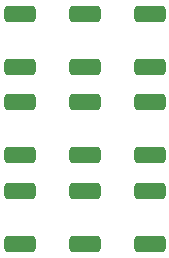
<source format=gbr>
%TF.GenerationSoftware,KiCad,Pcbnew,(6.0.1-0)*%
%TF.CreationDate,2022-02-25T00:16:28-05:00*%
%TF.ProjectId,aquabotsBMSModule,61717561-626f-4747-9342-4d534d6f6475,rev?*%
%TF.SameCoordinates,Original*%
%TF.FileFunction,Paste,Bot*%
%TF.FilePolarity,Positive*%
%FSLAX46Y46*%
G04 Gerber Fmt 4.6, Leading zero omitted, Abs format (unit mm)*
G04 Created by KiCad (PCBNEW (6.0.1-0)) date 2022-02-25 00:16:28*
%MOMM*%
%LPD*%
G01*
G04 APERTURE LIST*
G04 Aperture macros list*
%AMRoundRect*
0 Rectangle with rounded corners*
0 $1 Rounding radius*
0 $2 $3 $4 $5 $6 $7 $8 $9 X,Y pos of 4 corners*
0 Add a 4 corners polygon primitive as box body*
4,1,4,$2,$3,$4,$5,$6,$7,$8,$9,$2,$3,0*
0 Add four circle primitives for the rounded corners*
1,1,$1+$1,$2,$3*
1,1,$1+$1,$4,$5*
1,1,$1+$1,$6,$7*
1,1,$1+$1,$8,$9*
0 Add four rect primitives between the rounded corners*
20,1,$1+$1,$2,$3,$4,$5,0*
20,1,$1+$1,$4,$5,$6,$7,0*
20,1,$1+$1,$6,$7,$8,$9,0*
20,1,$1+$1,$8,$9,$2,$3,0*%
G04 Aperture macros list end*
%ADD10RoundRect,0.250000X-1.075000X0.425000X-1.075000X-0.425000X1.075000X-0.425000X1.075000X0.425000X0*%
G04 APERTURE END LIST*
D10*
%TO.C,R32*%
X124500000Y-82000000D03*
X124500000Y-86500000D03*
%TD*%
%TO.C,R39*%
X135500000Y-74500000D03*
X135500000Y-79000000D03*
%TD*%
%TO.C,R33*%
X124500000Y-74500000D03*
X124500000Y-79000000D03*
%TD*%
%TO.C,R31*%
X124500000Y-89500000D03*
X124500000Y-94000000D03*
%TD*%
%TO.C,R36*%
X130000000Y-74500000D03*
X130000000Y-79000000D03*
%TD*%
%TO.C,R38*%
X135500000Y-82000000D03*
X135500000Y-86500000D03*
%TD*%
%TO.C,R35*%
X130000000Y-82000000D03*
X130000000Y-86500000D03*
%TD*%
%TO.C,R34*%
X130000000Y-89500000D03*
X130000000Y-94000000D03*
%TD*%
%TO.C,R37*%
X135500000Y-89500000D03*
X135500000Y-94000000D03*
%TD*%
M02*

</source>
